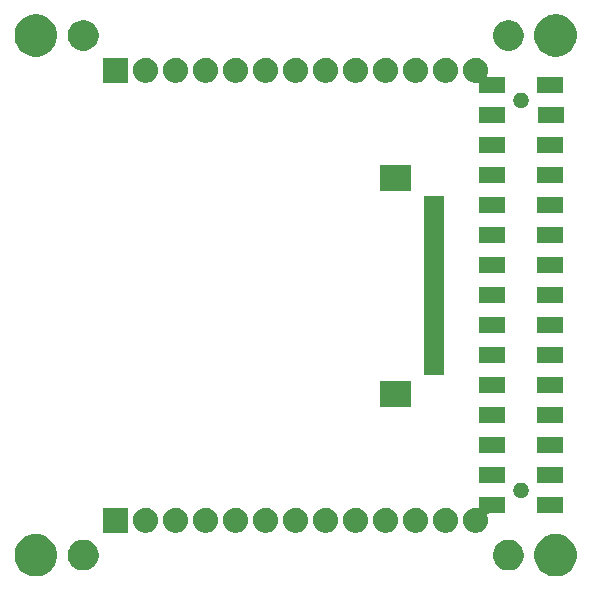
<source format=gbr>
G04 #@! TF.GenerationSoftware,KiCad,Pcbnew,5.0.2-bee76a0~70~ubuntu18.04.1*
G04 #@! TF.CreationDate,2019-05-13T00:01:04+09:00*
G04 #@! TF.ProjectId,bottom_pcb,626f7474-6f6d-45f7-9063-622e6b696361,rev?*
G04 #@! TF.SameCoordinates,Original*
G04 #@! TF.FileFunction,Soldermask,Bot*
G04 #@! TF.FilePolarity,Negative*
%FSLAX46Y46*%
G04 Gerber Fmt 4.6, Leading zero omitted, Abs format (unit mm)*
G04 Created by KiCad (PCBNEW 5.0.2-bee76a0~70~ubuntu18.04.1) date 2019年05月13日 00時01分04秒*
%MOMM*%
%LPD*%
G01*
G04 APERTURE LIST*
%ADD10C,0.100000*%
G04 APERTURE END LIST*
D10*
G36*
X147409122Y-95246115D02*
X147525041Y-95269173D01*
X147852620Y-95404861D01*
X148143511Y-95599228D01*
X148147436Y-95601851D01*
X148398149Y-95852564D01*
X148398151Y-95852567D01*
X148595139Y-96147380D01*
X148730827Y-96474959D01*
X148800000Y-96822716D01*
X148800000Y-97177284D01*
X148730827Y-97525041D01*
X148595139Y-97852620D01*
X148400772Y-98143511D01*
X148398149Y-98147436D01*
X148147436Y-98398149D01*
X148147433Y-98398151D01*
X147852620Y-98595139D01*
X147525041Y-98730827D01*
X147409122Y-98753885D01*
X147177286Y-98800000D01*
X146822714Y-98800000D01*
X146590878Y-98753885D01*
X146474959Y-98730827D01*
X146147380Y-98595139D01*
X145852567Y-98398151D01*
X145852564Y-98398149D01*
X145601851Y-98147436D01*
X145599228Y-98143511D01*
X145404861Y-97852620D01*
X145269173Y-97525041D01*
X145200000Y-97177284D01*
X145200000Y-96822716D01*
X145269173Y-96474959D01*
X145404861Y-96147380D01*
X145601849Y-95852567D01*
X145601851Y-95852564D01*
X145852564Y-95601851D01*
X145856489Y-95599228D01*
X146147380Y-95404861D01*
X146474959Y-95269173D01*
X146590878Y-95246115D01*
X146822714Y-95200000D01*
X147177286Y-95200000D01*
X147409122Y-95246115D01*
X147409122Y-95246115D01*
G37*
G36*
X103409122Y-95246115D02*
X103525041Y-95269173D01*
X103852620Y-95404861D01*
X104143511Y-95599228D01*
X104147436Y-95601851D01*
X104398149Y-95852564D01*
X104398151Y-95852567D01*
X104595139Y-96147380D01*
X104730827Y-96474959D01*
X104800000Y-96822716D01*
X104800000Y-97177284D01*
X104730827Y-97525041D01*
X104595139Y-97852620D01*
X104400772Y-98143511D01*
X104398149Y-98147436D01*
X104147436Y-98398149D01*
X104147433Y-98398151D01*
X103852620Y-98595139D01*
X103525041Y-98730827D01*
X103409122Y-98753885D01*
X103177286Y-98800000D01*
X102822714Y-98800000D01*
X102590878Y-98753885D01*
X102474959Y-98730827D01*
X102147380Y-98595139D01*
X101852567Y-98398151D01*
X101852564Y-98398149D01*
X101601851Y-98147436D01*
X101599228Y-98143511D01*
X101404861Y-97852620D01*
X101269173Y-97525041D01*
X101200000Y-97177284D01*
X101200000Y-96822716D01*
X101269173Y-96474959D01*
X101404861Y-96147380D01*
X101601849Y-95852567D01*
X101601851Y-95852564D01*
X101852564Y-95601851D01*
X101856489Y-95599228D01*
X102147380Y-95404861D01*
X102474959Y-95269173D01*
X102590878Y-95246115D01*
X102822714Y-95200000D01*
X103177286Y-95200000D01*
X103409122Y-95246115D01*
X103409122Y-95246115D01*
G37*
G36*
X143379196Y-95749958D02*
X143615780Y-95847954D01*
X143828705Y-95990226D01*
X144009774Y-96171295D01*
X144152046Y-96384220D01*
X144250042Y-96620804D01*
X144300000Y-96871960D01*
X144300000Y-97128040D01*
X144250042Y-97379196D01*
X144152046Y-97615780D01*
X144009774Y-97828705D01*
X143828705Y-98009774D01*
X143615780Y-98152046D01*
X143379196Y-98250042D01*
X143128040Y-98300000D01*
X142871960Y-98300000D01*
X142620804Y-98250042D01*
X142384220Y-98152046D01*
X142171295Y-98009774D01*
X141990226Y-97828705D01*
X141847954Y-97615780D01*
X141749958Y-97379196D01*
X141700000Y-97128040D01*
X141700000Y-96871960D01*
X141749958Y-96620804D01*
X141847954Y-96384220D01*
X141990226Y-96171295D01*
X142171295Y-95990226D01*
X142384220Y-95847954D01*
X142620804Y-95749958D01*
X142871960Y-95700000D01*
X143128040Y-95700000D01*
X143379196Y-95749958D01*
X143379196Y-95749958D01*
G37*
G36*
X107379196Y-95749958D02*
X107615780Y-95847954D01*
X107828705Y-95990226D01*
X108009774Y-96171295D01*
X108152046Y-96384220D01*
X108250042Y-96620804D01*
X108300000Y-96871960D01*
X108300000Y-97128040D01*
X108250042Y-97379196D01*
X108152046Y-97615780D01*
X108009774Y-97828705D01*
X107828705Y-98009774D01*
X107615780Y-98152046D01*
X107379196Y-98250042D01*
X107128040Y-98300000D01*
X106871960Y-98300000D01*
X106620804Y-98250042D01*
X106384220Y-98152046D01*
X106171295Y-98009774D01*
X105990226Y-97828705D01*
X105847954Y-97615780D01*
X105749958Y-97379196D01*
X105700000Y-97128040D01*
X105700000Y-96871960D01*
X105749958Y-96620804D01*
X105847954Y-96384220D01*
X105990226Y-96171295D01*
X106171295Y-95990226D01*
X106384220Y-95847954D01*
X106620804Y-95749958D01*
X106871960Y-95700000D01*
X107128040Y-95700000D01*
X107379196Y-95749958D01*
X107379196Y-95749958D01*
G37*
G36*
X122578707Y-93007596D02*
X122655836Y-93015193D01*
X122787787Y-93055220D01*
X122853763Y-93075233D01*
X123036172Y-93172733D01*
X123196054Y-93303946D01*
X123327267Y-93463828D01*
X123424767Y-93646237D01*
X123424767Y-93646238D01*
X123484807Y-93844164D01*
X123505080Y-94050000D01*
X123484807Y-94255836D01*
X123444780Y-94387787D01*
X123424767Y-94453763D01*
X123327267Y-94636172D01*
X123196054Y-94796054D01*
X123036172Y-94927267D01*
X122853763Y-95024767D01*
X122787787Y-95044780D01*
X122655836Y-95084807D01*
X122578707Y-95092403D01*
X122501580Y-95100000D01*
X122398420Y-95100000D01*
X122321293Y-95092403D01*
X122244164Y-95084807D01*
X122112213Y-95044780D01*
X122046237Y-95024767D01*
X121863828Y-94927267D01*
X121703946Y-94796054D01*
X121572733Y-94636172D01*
X121475233Y-94453763D01*
X121455220Y-94387787D01*
X121415193Y-94255836D01*
X121394920Y-94050000D01*
X121415193Y-93844164D01*
X121475233Y-93646238D01*
X121475233Y-93646237D01*
X121572733Y-93463828D01*
X121703946Y-93303946D01*
X121863828Y-93172733D01*
X122046237Y-93075233D01*
X122112213Y-93055220D01*
X122244164Y-93015193D01*
X122321293Y-93007596D01*
X122398420Y-93000000D01*
X122501580Y-93000000D01*
X122578707Y-93007596D01*
X122578707Y-93007596D01*
G37*
G36*
X120038707Y-93007596D02*
X120115836Y-93015193D01*
X120247787Y-93055220D01*
X120313763Y-93075233D01*
X120496172Y-93172733D01*
X120656054Y-93303946D01*
X120787267Y-93463828D01*
X120884767Y-93646237D01*
X120884767Y-93646238D01*
X120944807Y-93844164D01*
X120965080Y-94050000D01*
X120944807Y-94255836D01*
X120904780Y-94387787D01*
X120884767Y-94453763D01*
X120787267Y-94636172D01*
X120656054Y-94796054D01*
X120496172Y-94927267D01*
X120313763Y-95024767D01*
X120247787Y-95044780D01*
X120115836Y-95084807D01*
X120038707Y-95092403D01*
X119961580Y-95100000D01*
X119858420Y-95100000D01*
X119781293Y-95092403D01*
X119704164Y-95084807D01*
X119572213Y-95044780D01*
X119506237Y-95024767D01*
X119323828Y-94927267D01*
X119163946Y-94796054D01*
X119032733Y-94636172D01*
X118935233Y-94453763D01*
X118915220Y-94387787D01*
X118875193Y-94255836D01*
X118854920Y-94050000D01*
X118875193Y-93844164D01*
X118935233Y-93646238D01*
X118935233Y-93646237D01*
X119032733Y-93463828D01*
X119163946Y-93303946D01*
X119323828Y-93172733D01*
X119506237Y-93075233D01*
X119572213Y-93055220D01*
X119704164Y-93015193D01*
X119781293Y-93007596D01*
X119858420Y-93000000D01*
X119961580Y-93000000D01*
X120038707Y-93007596D01*
X120038707Y-93007596D01*
G37*
G36*
X142754000Y-93480000D02*
X141322883Y-93480000D01*
X141298497Y-93482402D01*
X141275048Y-93489515D01*
X141253437Y-93501066D01*
X141234495Y-93516612D01*
X141218949Y-93535554D01*
X141207398Y-93557165D01*
X141200285Y-93580614D01*
X141197883Y-93605000D01*
X141203265Y-93641285D01*
X141204767Y-93646238D01*
X141264807Y-93844164D01*
X141285080Y-94050000D01*
X141264807Y-94255836D01*
X141224780Y-94387787D01*
X141204767Y-94453763D01*
X141107267Y-94636172D01*
X140976054Y-94796054D01*
X140816172Y-94927267D01*
X140633763Y-95024767D01*
X140567787Y-95044780D01*
X140435836Y-95084807D01*
X140358707Y-95092403D01*
X140281580Y-95100000D01*
X140178420Y-95100000D01*
X140101293Y-95092403D01*
X140024164Y-95084807D01*
X139892213Y-95044780D01*
X139826237Y-95024767D01*
X139643828Y-94927267D01*
X139483946Y-94796054D01*
X139352733Y-94636172D01*
X139255233Y-94453763D01*
X139235220Y-94387787D01*
X139195193Y-94255836D01*
X139174920Y-94050000D01*
X139195193Y-93844164D01*
X139255233Y-93646238D01*
X139255233Y-93646237D01*
X139352733Y-93463828D01*
X139483946Y-93303946D01*
X139643828Y-93172733D01*
X139826237Y-93075233D01*
X139892213Y-93055220D01*
X140024164Y-93015193D01*
X140101293Y-93007596D01*
X140178420Y-93000000D01*
X140281580Y-93000000D01*
X140416748Y-93013313D01*
X140441252Y-93013313D01*
X140465285Y-93008533D01*
X140487924Y-92999155D01*
X140508299Y-92985541D01*
X140525626Y-92968214D01*
X140539240Y-92947840D01*
X140548618Y-92925201D01*
X140553398Y-92901167D01*
X140554000Y-92888915D01*
X140554000Y-92080000D01*
X142754000Y-92080000D01*
X142754000Y-93480000D01*
X142754000Y-93480000D01*
G37*
G36*
X137818707Y-93007596D02*
X137895836Y-93015193D01*
X138027787Y-93055220D01*
X138093763Y-93075233D01*
X138276172Y-93172733D01*
X138436054Y-93303946D01*
X138567267Y-93463828D01*
X138664767Y-93646237D01*
X138664767Y-93646238D01*
X138724807Y-93844164D01*
X138745080Y-94050000D01*
X138724807Y-94255836D01*
X138684780Y-94387787D01*
X138664767Y-94453763D01*
X138567267Y-94636172D01*
X138436054Y-94796054D01*
X138276172Y-94927267D01*
X138093763Y-95024767D01*
X138027787Y-95044780D01*
X137895836Y-95084807D01*
X137818707Y-95092403D01*
X137741580Y-95100000D01*
X137638420Y-95100000D01*
X137561293Y-95092403D01*
X137484164Y-95084807D01*
X137352213Y-95044780D01*
X137286237Y-95024767D01*
X137103828Y-94927267D01*
X136943946Y-94796054D01*
X136812733Y-94636172D01*
X136715233Y-94453763D01*
X136695220Y-94387787D01*
X136655193Y-94255836D01*
X136634920Y-94050000D01*
X136655193Y-93844164D01*
X136715233Y-93646238D01*
X136715233Y-93646237D01*
X136812733Y-93463828D01*
X136943946Y-93303946D01*
X137103828Y-93172733D01*
X137286237Y-93075233D01*
X137352213Y-93055220D01*
X137484164Y-93015193D01*
X137561293Y-93007596D01*
X137638420Y-93000000D01*
X137741580Y-93000000D01*
X137818707Y-93007596D01*
X137818707Y-93007596D01*
G37*
G36*
X135278707Y-93007596D02*
X135355836Y-93015193D01*
X135487787Y-93055220D01*
X135553763Y-93075233D01*
X135736172Y-93172733D01*
X135896054Y-93303946D01*
X136027267Y-93463828D01*
X136124767Y-93646237D01*
X136124767Y-93646238D01*
X136184807Y-93844164D01*
X136205080Y-94050000D01*
X136184807Y-94255836D01*
X136144780Y-94387787D01*
X136124767Y-94453763D01*
X136027267Y-94636172D01*
X135896054Y-94796054D01*
X135736172Y-94927267D01*
X135553763Y-95024767D01*
X135487787Y-95044780D01*
X135355836Y-95084807D01*
X135278707Y-95092403D01*
X135201580Y-95100000D01*
X135098420Y-95100000D01*
X135021293Y-95092403D01*
X134944164Y-95084807D01*
X134812213Y-95044780D01*
X134746237Y-95024767D01*
X134563828Y-94927267D01*
X134403946Y-94796054D01*
X134272733Y-94636172D01*
X134175233Y-94453763D01*
X134155220Y-94387787D01*
X134115193Y-94255836D01*
X134094920Y-94050000D01*
X134115193Y-93844164D01*
X134175233Y-93646238D01*
X134175233Y-93646237D01*
X134272733Y-93463828D01*
X134403946Y-93303946D01*
X134563828Y-93172733D01*
X134746237Y-93075233D01*
X134812213Y-93055220D01*
X134944164Y-93015193D01*
X135021293Y-93007596D01*
X135098420Y-93000000D01*
X135201580Y-93000000D01*
X135278707Y-93007596D01*
X135278707Y-93007596D01*
G37*
G36*
X132738707Y-93007596D02*
X132815836Y-93015193D01*
X132947787Y-93055220D01*
X133013763Y-93075233D01*
X133196172Y-93172733D01*
X133356054Y-93303946D01*
X133487267Y-93463828D01*
X133584767Y-93646237D01*
X133584767Y-93646238D01*
X133644807Y-93844164D01*
X133665080Y-94050000D01*
X133644807Y-94255836D01*
X133604780Y-94387787D01*
X133584767Y-94453763D01*
X133487267Y-94636172D01*
X133356054Y-94796054D01*
X133196172Y-94927267D01*
X133013763Y-95024767D01*
X132947787Y-95044780D01*
X132815836Y-95084807D01*
X132738707Y-95092403D01*
X132661580Y-95100000D01*
X132558420Y-95100000D01*
X132481293Y-95092403D01*
X132404164Y-95084807D01*
X132272213Y-95044780D01*
X132206237Y-95024767D01*
X132023828Y-94927267D01*
X131863946Y-94796054D01*
X131732733Y-94636172D01*
X131635233Y-94453763D01*
X131615220Y-94387787D01*
X131575193Y-94255836D01*
X131554920Y-94050000D01*
X131575193Y-93844164D01*
X131635233Y-93646238D01*
X131635233Y-93646237D01*
X131732733Y-93463828D01*
X131863946Y-93303946D01*
X132023828Y-93172733D01*
X132206237Y-93075233D01*
X132272213Y-93055220D01*
X132404164Y-93015193D01*
X132481293Y-93007596D01*
X132558420Y-93000000D01*
X132661580Y-93000000D01*
X132738707Y-93007596D01*
X132738707Y-93007596D01*
G37*
G36*
X130198707Y-93007596D02*
X130275836Y-93015193D01*
X130407787Y-93055220D01*
X130473763Y-93075233D01*
X130656172Y-93172733D01*
X130816054Y-93303946D01*
X130947267Y-93463828D01*
X131044767Y-93646237D01*
X131044767Y-93646238D01*
X131104807Y-93844164D01*
X131125080Y-94050000D01*
X131104807Y-94255836D01*
X131064780Y-94387787D01*
X131044767Y-94453763D01*
X130947267Y-94636172D01*
X130816054Y-94796054D01*
X130656172Y-94927267D01*
X130473763Y-95024767D01*
X130407787Y-95044780D01*
X130275836Y-95084807D01*
X130198707Y-95092403D01*
X130121580Y-95100000D01*
X130018420Y-95100000D01*
X129941293Y-95092403D01*
X129864164Y-95084807D01*
X129732213Y-95044780D01*
X129666237Y-95024767D01*
X129483828Y-94927267D01*
X129323946Y-94796054D01*
X129192733Y-94636172D01*
X129095233Y-94453763D01*
X129075220Y-94387787D01*
X129035193Y-94255836D01*
X129014920Y-94050000D01*
X129035193Y-93844164D01*
X129095233Y-93646238D01*
X129095233Y-93646237D01*
X129192733Y-93463828D01*
X129323946Y-93303946D01*
X129483828Y-93172733D01*
X129666237Y-93075233D01*
X129732213Y-93055220D01*
X129864164Y-93015193D01*
X129941293Y-93007596D01*
X130018420Y-93000000D01*
X130121580Y-93000000D01*
X130198707Y-93007596D01*
X130198707Y-93007596D01*
G37*
G36*
X127658707Y-93007596D02*
X127735836Y-93015193D01*
X127867787Y-93055220D01*
X127933763Y-93075233D01*
X128116172Y-93172733D01*
X128276054Y-93303946D01*
X128407267Y-93463828D01*
X128504767Y-93646237D01*
X128504767Y-93646238D01*
X128564807Y-93844164D01*
X128585080Y-94050000D01*
X128564807Y-94255836D01*
X128524780Y-94387787D01*
X128504767Y-94453763D01*
X128407267Y-94636172D01*
X128276054Y-94796054D01*
X128116172Y-94927267D01*
X127933763Y-95024767D01*
X127867787Y-95044780D01*
X127735836Y-95084807D01*
X127658707Y-95092403D01*
X127581580Y-95100000D01*
X127478420Y-95100000D01*
X127401293Y-95092403D01*
X127324164Y-95084807D01*
X127192213Y-95044780D01*
X127126237Y-95024767D01*
X126943828Y-94927267D01*
X126783946Y-94796054D01*
X126652733Y-94636172D01*
X126555233Y-94453763D01*
X126535220Y-94387787D01*
X126495193Y-94255836D01*
X126474920Y-94050000D01*
X126495193Y-93844164D01*
X126555233Y-93646238D01*
X126555233Y-93646237D01*
X126652733Y-93463828D01*
X126783946Y-93303946D01*
X126943828Y-93172733D01*
X127126237Y-93075233D01*
X127192213Y-93055220D01*
X127324164Y-93015193D01*
X127401293Y-93007596D01*
X127478420Y-93000000D01*
X127581580Y-93000000D01*
X127658707Y-93007596D01*
X127658707Y-93007596D01*
G37*
G36*
X125118707Y-93007596D02*
X125195836Y-93015193D01*
X125327787Y-93055220D01*
X125393763Y-93075233D01*
X125576172Y-93172733D01*
X125736054Y-93303946D01*
X125867267Y-93463828D01*
X125964767Y-93646237D01*
X125964767Y-93646238D01*
X126024807Y-93844164D01*
X126045080Y-94050000D01*
X126024807Y-94255836D01*
X125984780Y-94387787D01*
X125964767Y-94453763D01*
X125867267Y-94636172D01*
X125736054Y-94796054D01*
X125576172Y-94927267D01*
X125393763Y-95024767D01*
X125327787Y-95044780D01*
X125195836Y-95084807D01*
X125118707Y-95092403D01*
X125041580Y-95100000D01*
X124938420Y-95100000D01*
X124861293Y-95092403D01*
X124784164Y-95084807D01*
X124652213Y-95044780D01*
X124586237Y-95024767D01*
X124403828Y-94927267D01*
X124243946Y-94796054D01*
X124112733Y-94636172D01*
X124015233Y-94453763D01*
X123995220Y-94387787D01*
X123955193Y-94255836D01*
X123934920Y-94050000D01*
X123955193Y-93844164D01*
X124015233Y-93646238D01*
X124015233Y-93646237D01*
X124112733Y-93463828D01*
X124243946Y-93303946D01*
X124403828Y-93172733D01*
X124586237Y-93075233D01*
X124652213Y-93055220D01*
X124784164Y-93015193D01*
X124861293Y-93007596D01*
X124938420Y-93000000D01*
X125041580Y-93000000D01*
X125118707Y-93007596D01*
X125118707Y-93007596D01*
G37*
G36*
X117498707Y-93007596D02*
X117575836Y-93015193D01*
X117707787Y-93055220D01*
X117773763Y-93075233D01*
X117956172Y-93172733D01*
X118116054Y-93303946D01*
X118247267Y-93463828D01*
X118344767Y-93646237D01*
X118344767Y-93646238D01*
X118404807Y-93844164D01*
X118425080Y-94050000D01*
X118404807Y-94255836D01*
X118364780Y-94387787D01*
X118344767Y-94453763D01*
X118247267Y-94636172D01*
X118116054Y-94796054D01*
X117956172Y-94927267D01*
X117773763Y-95024767D01*
X117707787Y-95044780D01*
X117575836Y-95084807D01*
X117498707Y-95092403D01*
X117421580Y-95100000D01*
X117318420Y-95100000D01*
X117241293Y-95092403D01*
X117164164Y-95084807D01*
X117032213Y-95044780D01*
X116966237Y-95024767D01*
X116783828Y-94927267D01*
X116623946Y-94796054D01*
X116492733Y-94636172D01*
X116395233Y-94453763D01*
X116375220Y-94387787D01*
X116335193Y-94255836D01*
X116314920Y-94050000D01*
X116335193Y-93844164D01*
X116395233Y-93646238D01*
X116395233Y-93646237D01*
X116492733Y-93463828D01*
X116623946Y-93303946D01*
X116783828Y-93172733D01*
X116966237Y-93075233D01*
X117032213Y-93055220D01*
X117164164Y-93015193D01*
X117241293Y-93007596D01*
X117318420Y-93000000D01*
X117421580Y-93000000D01*
X117498707Y-93007596D01*
X117498707Y-93007596D01*
G37*
G36*
X110800000Y-95100000D02*
X108700000Y-95100000D01*
X108700000Y-93000000D01*
X110800000Y-93000000D01*
X110800000Y-95100000D01*
X110800000Y-95100000D01*
G37*
G36*
X112418707Y-93007596D02*
X112495836Y-93015193D01*
X112627787Y-93055220D01*
X112693763Y-93075233D01*
X112876172Y-93172733D01*
X113036054Y-93303946D01*
X113167267Y-93463828D01*
X113264767Y-93646237D01*
X113264767Y-93646238D01*
X113324807Y-93844164D01*
X113345080Y-94050000D01*
X113324807Y-94255836D01*
X113284780Y-94387787D01*
X113264767Y-94453763D01*
X113167267Y-94636172D01*
X113036054Y-94796054D01*
X112876172Y-94927267D01*
X112693763Y-95024767D01*
X112627787Y-95044780D01*
X112495836Y-95084807D01*
X112418707Y-95092403D01*
X112341580Y-95100000D01*
X112238420Y-95100000D01*
X112161293Y-95092403D01*
X112084164Y-95084807D01*
X111952213Y-95044780D01*
X111886237Y-95024767D01*
X111703828Y-94927267D01*
X111543946Y-94796054D01*
X111412733Y-94636172D01*
X111315233Y-94453763D01*
X111295220Y-94387787D01*
X111255193Y-94255836D01*
X111234920Y-94050000D01*
X111255193Y-93844164D01*
X111315233Y-93646238D01*
X111315233Y-93646237D01*
X111412733Y-93463828D01*
X111543946Y-93303946D01*
X111703828Y-93172733D01*
X111886237Y-93075233D01*
X111952213Y-93055220D01*
X112084164Y-93015193D01*
X112161293Y-93007596D01*
X112238420Y-93000000D01*
X112341580Y-93000000D01*
X112418707Y-93007596D01*
X112418707Y-93007596D01*
G37*
G36*
X114958707Y-93007596D02*
X115035836Y-93015193D01*
X115167787Y-93055220D01*
X115233763Y-93075233D01*
X115416172Y-93172733D01*
X115576054Y-93303946D01*
X115707267Y-93463828D01*
X115804767Y-93646237D01*
X115804767Y-93646238D01*
X115864807Y-93844164D01*
X115885080Y-94050000D01*
X115864807Y-94255836D01*
X115824780Y-94387787D01*
X115804767Y-94453763D01*
X115707267Y-94636172D01*
X115576054Y-94796054D01*
X115416172Y-94927267D01*
X115233763Y-95024767D01*
X115167787Y-95044780D01*
X115035836Y-95084807D01*
X114958707Y-95092403D01*
X114881580Y-95100000D01*
X114778420Y-95100000D01*
X114701293Y-95092403D01*
X114624164Y-95084807D01*
X114492213Y-95044780D01*
X114426237Y-95024767D01*
X114243828Y-94927267D01*
X114083946Y-94796054D01*
X113952733Y-94636172D01*
X113855233Y-94453763D01*
X113835220Y-94387787D01*
X113795193Y-94255836D01*
X113774920Y-94050000D01*
X113795193Y-93844164D01*
X113855233Y-93646238D01*
X113855233Y-93646237D01*
X113952733Y-93463828D01*
X114083946Y-93303946D01*
X114243828Y-93172733D01*
X114426237Y-93075233D01*
X114492213Y-93055220D01*
X114624164Y-93015193D01*
X114701293Y-93007596D01*
X114778420Y-93000000D01*
X114881580Y-93000000D01*
X114958707Y-93007596D01*
X114958707Y-93007596D01*
G37*
G36*
X147594000Y-93480000D02*
X145394000Y-93480000D01*
X145394000Y-92080000D01*
X147594000Y-92080000D01*
X147594000Y-93480000D01*
X147594000Y-93480000D01*
G37*
G36*
X144221738Y-90876653D02*
X144263598Y-90884979D01*
X144298245Y-90899330D01*
X144381890Y-90933977D01*
X144488354Y-91005114D01*
X144578886Y-91095646D01*
X144650023Y-91202110D01*
X144699021Y-91320403D01*
X144724000Y-91445979D01*
X144724000Y-91574021D01*
X144699021Y-91699597D01*
X144650023Y-91817890D01*
X144578886Y-91924354D01*
X144488354Y-92014886D01*
X144381890Y-92086023D01*
X144298245Y-92120670D01*
X144263598Y-92135021D01*
X144221738Y-92143347D01*
X144138021Y-92160000D01*
X144009979Y-92160000D01*
X143926262Y-92143347D01*
X143884402Y-92135021D01*
X143849755Y-92120670D01*
X143766110Y-92086023D01*
X143659646Y-92014886D01*
X143569114Y-91924354D01*
X143497977Y-91817890D01*
X143448979Y-91699597D01*
X143424000Y-91574021D01*
X143424000Y-91445979D01*
X143448979Y-91320403D01*
X143497977Y-91202110D01*
X143569114Y-91095646D01*
X143659646Y-91005114D01*
X143766110Y-90933977D01*
X143849755Y-90899330D01*
X143884402Y-90884979D01*
X143926262Y-90876653D01*
X144009979Y-90860000D01*
X144138021Y-90860000D01*
X144221738Y-90876653D01*
X144221738Y-90876653D01*
G37*
G36*
X147594000Y-90940000D02*
X145394000Y-90940000D01*
X145394000Y-89540000D01*
X147594000Y-89540000D01*
X147594000Y-90940000D01*
X147594000Y-90940000D01*
G37*
G36*
X142754000Y-90940000D02*
X140554000Y-90940000D01*
X140554000Y-89540000D01*
X142754000Y-89540000D01*
X142754000Y-90940000D01*
X142754000Y-90940000D01*
G37*
G36*
X147594000Y-88400000D02*
X145394000Y-88400000D01*
X145394000Y-87000000D01*
X147594000Y-87000000D01*
X147594000Y-88400000D01*
X147594000Y-88400000D01*
G37*
G36*
X142754000Y-88400000D02*
X140554000Y-88400000D01*
X140554000Y-87000000D01*
X142754000Y-87000000D01*
X142754000Y-88400000D01*
X142754000Y-88400000D01*
G37*
G36*
X147594000Y-85860000D02*
X145394000Y-85860000D01*
X145394000Y-84460000D01*
X147594000Y-84460000D01*
X147594000Y-85860000D01*
X147594000Y-85860000D01*
G37*
G36*
X142754000Y-85860000D02*
X140554000Y-85860000D01*
X140554000Y-84460000D01*
X142754000Y-84460000D01*
X142754000Y-85860000D01*
X142754000Y-85860000D01*
G37*
G36*
X134749000Y-84443400D02*
X132149000Y-84443400D01*
X132149000Y-82243400D01*
X134749000Y-82243400D01*
X134749000Y-84443400D01*
X134749000Y-84443400D01*
G37*
G36*
X142754000Y-83320000D02*
X140554000Y-83320000D01*
X140554000Y-81920000D01*
X142754000Y-81920000D01*
X142754000Y-83320000D01*
X142754000Y-83320000D01*
G37*
G36*
X147594000Y-83320000D02*
X145394000Y-83320000D01*
X145394000Y-81920000D01*
X147594000Y-81920000D01*
X147594000Y-83320000D01*
X147594000Y-83320000D01*
G37*
G36*
X137549000Y-81793400D02*
X135849000Y-81793400D01*
X135849000Y-66593400D01*
X137549000Y-66593400D01*
X137549000Y-81793400D01*
X137549000Y-81793400D01*
G37*
G36*
X147594000Y-80780000D02*
X145394000Y-80780000D01*
X145394000Y-79380000D01*
X147594000Y-79380000D01*
X147594000Y-80780000D01*
X147594000Y-80780000D01*
G37*
G36*
X142754000Y-80780000D02*
X140554000Y-80780000D01*
X140554000Y-79380000D01*
X142754000Y-79380000D01*
X142754000Y-80780000D01*
X142754000Y-80780000D01*
G37*
G36*
X142754000Y-78240000D02*
X140554000Y-78240000D01*
X140554000Y-76840000D01*
X142754000Y-76840000D01*
X142754000Y-78240000D01*
X142754000Y-78240000D01*
G37*
G36*
X147594000Y-78240000D02*
X145394000Y-78240000D01*
X145394000Y-76840000D01*
X147594000Y-76840000D01*
X147594000Y-78240000D01*
X147594000Y-78240000D01*
G37*
G36*
X142754000Y-75700000D02*
X140554000Y-75700000D01*
X140554000Y-74300000D01*
X142754000Y-74300000D01*
X142754000Y-75700000D01*
X142754000Y-75700000D01*
G37*
G36*
X147594000Y-75700000D02*
X145394000Y-75700000D01*
X145394000Y-74300000D01*
X147594000Y-74300000D01*
X147594000Y-75700000D01*
X147594000Y-75700000D01*
G37*
G36*
X142754000Y-73160000D02*
X140554000Y-73160000D01*
X140554000Y-71760000D01*
X142754000Y-71760000D01*
X142754000Y-73160000D01*
X142754000Y-73160000D01*
G37*
G36*
X147594000Y-73160000D02*
X145394000Y-73160000D01*
X145394000Y-71760000D01*
X147594000Y-71760000D01*
X147594000Y-73160000D01*
X147594000Y-73160000D01*
G37*
G36*
X147594000Y-70620000D02*
X145394000Y-70620000D01*
X145394000Y-69220000D01*
X147594000Y-69220000D01*
X147594000Y-70620000D01*
X147594000Y-70620000D01*
G37*
G36*
X142754000Y-70620000D02*
X140554000Y-70620000D01*
X140554000Y-69220000D01*
X142754000Y-69220000D01*
X142754000Y-70620000D01*
X142754000Y-70620000D01*
G37*
G36*
X142754000Y-68080000D02*
X140554000Y-68080000D01*
X140554000Y-66680000D01*
X142754000Y-66680000D01*
X142754000Y-68080000D01*
X142754000Y-68080000D01*
G37*
G36*
X147594000Y-68080000D02*
X145394000Y-68080000D01*
X145394000Y-66680000D01*
X147594000Y-66680000D01*
X147594000Y-68080000D01*
X147594000Y-68080000D01*
G37*
G36*
X134749000Y-66143400D02*
X132149000Y-66143400D01*
X132149000Y-63943400D01*
X134749000Y-63943400D01*
X134749000Y-66143400D01*
X134749000Y-66143400D01*
G37*
G36*
X147594000Y-65540000D02*
X145394000Y-65540000D01*
X145394000Y-64140000D01*
X147594000Y-64140000D01*
X147594000Y-65540000D01*
X147594000Y-65540000D01*
G37*
G36*
X142754000Y-65540000D02*
X140554000Y-65540000D01*
X140554000Y-64140000D01*
X142754000Y-64140000D01*
X142754000Y-65540000D01*
X142754000Y-65540000D01*
G37*
G36*
X147594000Y-63000000D02*
X145394000Y-63000000D01*
X145394000Y-61600000D01*
X147594000Y-61600000D01*
X147594000Y-63000000D01*
X147594000Y-63000000D01*
G37*
G36*
X142754000Y-63000000D02*
X140554000Y-63000000D01*
X140554000Y-61600000D01*
X142754000Y-61600000D01*
X142754000Y-63000000D01*
X142754000Y-63000000D01*
G37*
G36*
X147694000Y-60460000D02*
X145494000Y-60460000D01*
X145494000Y-59060000D01*
X147694000Y-59060000D01*
X147694000Y-60460000D01*
X147694000Y-60460000D01*
G37*
G36*
X142754000Y-60460000D02*
X140554000Y-60460000D01*
X140554000Y-59060000D01*
X142754000Y-59060000D01*
X142754000Y-60460000D01*
X142754000Y-60460000D01*
G37*
G36*
X144221738Y-57856653D02*
X144263598Y-57864979D01*
X144298245Y-57879330D01*
X144381890Y-57913977D01*
X144488354Y-57985114D01*
X144578886Y-58075646D01*
X144650023Y-58182110D01*
X144699021Y-58300403D01*
X144724000Y-58425979D01*
X144724000Y-58554021D01*
X144699021Y-58679597D01*
X144650023Y-58797890D01*
X144578886Y-58904354D01*
X144488354Y-58994886D01*
X144381890Y-59066023D01*
X144298245Y-59100670D01*
X144263598Y-59115021D01*
X144221738Y-59123347D01*
X144138021Y-59140000D01*
X144009979Y-59140000D01*
X143926262Y-59123347D01*
X143884402Y-59115021D01*
X143849755Y-59100670D01*
X143766110Y-59066023D01*
X143659646Y-58994886D01*
X143569114Y-58904354D01*
X143497977Y-58797890D01*
X143448979Y-58679597D01*
X143424000Y-58554021D01*
X143424000Y-58425979D01*
X143448979Y-58300403D01*
X143497977Y-58182110D01*
X143569114Y-58075646D01*
X143659646Y-57985114D01*
X143766110Y-57913977D01*
X143849755Y-57879330D01*
X143884402Y-57864979D01*
X143926262Y-57856653D01*
X144009979Y-57840000D01*
X144138021Y-57840000D01*
X144221738Y-57856653D01*
X144221738Y-57856653D01*
G37*
G36*
X140358707Y-54907596D02*
X140435836Y-54915193D01*
X140567787Y-54955220D01*
X140633763Y-54975233D01*
X140816172Y-55072733D01*
X140976054Y-55203946D01*
X141107267Y-55363828D01*
X141204767Y-55546237D01*
X141204767Y-55546238D01*
X141264807Y-55744164D01*
X141285080Y-55950000D01*
X141264807Y-56155836D01*
X141230169Y-56270023D01*
X141203265Y-56358715D01*
X141198485Y-56382749D01*
X141198485Y-56407253D01*
X141203266Y-56431286D01*
X141212643Y-56453925D01*
X141226257Y-56474300D01*
X141243584Y-56491627D01*
X141263959Y-56505241D01*
X141286598Y-56514618D01*
X141322883Y-56520000D01*
X142754000Y-56520000D01*
X142754000Y-57920000D01*
X140554000Y-57920000D01*
X140554000Y-57111085D01*
X140551598Y-57086699D01*
X140544485Y-57063250D01*
X140532934Y-57041639D01*
X140517388Y-57022697D01*
X140498446Y-57007151D01*
X140476835Y-56995600D01*
X140453386Y-56988487D01*
X140429000Y-56986085D01*
X140416748Y-56986687D01*
X140281580Y-57000000D01*
X140178420Y-57000000D01*
X140101293Y-56992403D01*
X140024164Y-56984807D01*
X139892213Y-56944780D01*
X139826237Y-56924767D01*
X139643828Y-56827267D01*
X139483946Y-56696054D01*
X139352733Y-56536172D01*
X139255233Y-56353763D01*
X139235220Y-56287787D01*
X139195193Y-56155836D01*
X139174920Y-55950000D01*
X139195193Y-55744164D01*
X139255233Y-55546238D01*
X139255233Y-55546237D01*
X139352733Y-55363828D01*
X139483946Y-55203946D01*
X139643828Y-55072733D01*
X139826237Y-54975233D01*
X139892213Y-54955220D01*
X140024164Y-54915193D01*
X140101293Y-54907596D01*
X140178420Y-54900000D01*
X140281580Y-54900000D01*
X140358707Y-54907596D01*
X140358707Y-54907596D01*
G37*
G36*
X147594000Y-57920000D02*
X145394000Y-57920000D01*
X145394000Y-56520000D01*
X147594000Y-56520000D01*
X147594000Y-57920000D01*
X147594000Y-57920000D01*
G37*
G36*
X122578707Y-54907596D02*
X122655836Y-54915193D01*
X122787787Y-54955220D01*
X122853763Y-54975233D01*
X123036172Y-55072733D01*
X123196054Y-55203946D01*
X123327267Y-55363828D01*
X123424767Y-55546237D01*
X123424767Y-55546238D01*
X123484807Y-55744164D01*
X123505080Y-55950000D01*
X123484807Y-56155836D01*
X123444780Y-56287787D01*
X123424767Y-56353763D01*
X123327267Y-56536172D01*
X123196054Y-56696054D01*
X123036172Y-56827267D01*
X122853763Y-56924767D01*
X122787787Y-56944780D01*
X122655836Y-56984807D01*
X122578707Y-56992403D01*
X122501580Y-57000000D01*
X122398420Y-57000000D01*
X122321293Y-56992403D01*
X122244164Y-56984807D01*
X122112213Y-56944780D01*
X122046237Y-56924767D01*
X121863828Y-56827267D01*
X121703946Y-56696054D01*
X121572733Y-56536172D01*
X121475233Y-56353763D01*
X121455220Y-56287787D01*
X121415193Y-56155836D01*
X121394920Y-55950000D01*
X121415193Y-55744164D01*
X121475233Y-55546238D01*
X121475233Y-55546237D01*
X121572733Y-55363828D01*
X121703946Y-55203946D01*
X121863828Y-55072733D01*
X122046237Y-54975233D01*
X122112213Y-54955220D01*
X122244164Y-54915193D01*
X122321293Y-54907596D01*
X122398420Y-54900000D01*
X122501580Y-54900000D01*
X122578707Y-54907596D01*
X122578707Y-54907596D01*
G37*
G36*
X110800000Y-57000000D02*
X108700000Y-57000000D01*
X108700000Y-54900000D01*
X110800000Y-54900000D01*
X110800000Y-57000000D01*
X110800000Y-57000000D01*
G37*
G36*
X114958707Y-54907596D02*
X115035836Y-54915193D01*
X115167787Y-54955220D01*
X115233763Y-54975233D01*
X115416172Y-55072733D01*
X115576054Y-55203946D01*
X115707267Y-55363828D01*
X115804767Y-55546237D01*
X115804767Y-55546238D01*
X115864807Y-55744164D01*
X115885080Y-55950000D01*
X115864807Y-56155836D01*
X115824780Y-56287787D01*
X115804767Y-56353763D01*
X115707267Y-56536172D01*
X115576054Y-56696054D01*
X115416172Y-56827267D01*
X115233763Y-56924767D01*
X115167787Y-56944780D01*
X115035836Y-56984807D01*
X114958707Y-56992403D01*
X114881580Y-57000000D01*
X114778420Y-57000000D01*
X114701293Y-56992403D01*
X114624164Y-56984807D01*
X114492213Y-56944780D01*
X114426237Y-56924767D01*
X114243828Y-56827267D01*
X114083946Y-56696054D01*
X113952733Y-56536172D01*
X113855233Y-56353763D01*
X113835220Y-56287787D01*
X113795193Y-56155836D01*
X113774920Y-55950000D01*
X113795193Y-55744164D01*
X113855233Y-55546238D01*
X113855233Y-55546237D01*
X113952733Y-55363828D01*
X114083946Y-55203946D01*
X114243828Y-55072733D01*
X114426237Y-54975233D01*
X114492213Y-54955220D01*
X114624164Y-54915193D01*
X114701293Y-54907596D01*
X114778420Y-54900000D01*
X114881580Y-54900000D01*
X114958707Y-54907596D01*
X114958707Y-54907596D01*
G37*
G36*
X117498707Y-54907596D02*
X117575836Y-54915193D01*
X117707787Y-54955220D01*
X117773763Y-54975233D01*
X117956172Y-55072733D01*
X118116054Y-55203946D01*
X118247267Y-55363828D01*
X118344767Y-55546237D01*
X118344767Y-55546238D01*
X118404807Y-55744164D01*
X118425080Y-55950000D01*
X118404807Y-56155836D01*
X118364780Y-56287787D01*
X118344767Y-56353763D01*
X118247267Y-56536172D01*
X118116054Y-56696054D01*
X117956172Y-56827267D01*
X117773763Y-56924767D01*
X117707787Y-56944780D01*
X117575836Y-56984807D01*
X117498707Y-56992403D01*
X117421580Y-57000000D01*
X117318420Y-57000000D01*
X117241293Y-56992403D01*
X117164164Y-56984807D01*
X117032213Y-56944780D01*
X116966237Y-56924767D01*
X116783828Y-56827267D01*
X116623946Y-56696054D01*
X116492733Y-56536172D01*
X116395233Y-56353763D01*
X116375220Y-56287787D01*
X116335193Y-56155836D01*
X116314920Y-55950000D01*
X116335193Y-55744164D01*
X116395233Y-55546238D01*
X116395233Y-55546237D01*
X116492733Y-55363828D01*
X116623946Y-55203946D01*
X116783828Y-55072733D01*
X116966237Y-54975233D01*
X117032213Y-54955220D01*
X117164164Y-54915193D01*
X117241293Y-54907596D01*
X117318420Y-54900000D01*
X117421580Y-54900000D01*
X117498707Y-54907596D01*
X117498707Y-54907596D01*
G37*
G36*
X120038707Y-54907596D02*
X120115836Y-54915193D01*
X120247787Y-54955220D01*
X120313763Y-54975233D01*
X120496172Y-55072733D01*
X120656054Y-55203946D01*
X120787267Y-55363828D01*
X120884767Y-55546237D01*
X120884767Y-55546238D01*
X120944807Y-55744164D01*
X120965080Y-55950000D01*
X120944807Y-56155836D01*
X120904780Y-56287787D01*
X120884767Y-56353763D01*
X120787267Y-56536172D01*
X120656054Y-56696054D01*
X120496172Y-56827267D01*
X120313763Y-56924767D01*
X120247787Y-56944780D01*
X120115836Y-56984807D01*
X120038707Y-56992403D01*
X119961580Y-57000000D01*
X119858420Y-57000000D01*
X119781293Y-56992403D01*
X119704164Y-56984807D01*
X119572213Y-56944780D01*
X119506237Y-56924767D01*
X119323828Y-56827267D01*
X119163946Y-56696054D01*
X119032733Y-56536172D01*
X118935233Y-56353763D01*
X118915220Y-56287787D01*
X118875193Y-56155836D01*
X118854920Y-55950000D01*
X118875193Y-55744164D01*
X118935233Y-55546238D01*
X118935233Y-55546237D01*
X119032733Y-55363828D01*
X119163946Y-55203946D01*
X119323828Y-55072733D01*
X119506237Y-54975233D01*
X119572213Y-54955220D01*
X119704164Y-54915193D01*
X119781293Y-54907596D01*
X119858420Y-54900000D01*
X119961580Y-54900000D01*
X120038707Y-54907596D01*
X120038707Y-54907596D01*
G37*
G36*
X125118707Y-54907596D02*
X125195836Y-54915193D01*
X125327787Y-54955220D01*
X125393763Y-54975233D01*
X125576172Y-55072733D01*
X125736054Y-55203946D01*
X125867267Y-55363828D01*
X125964767Y-55546237D01*
X125964767Y-55546238D01*
X126024807Y-55744164D01*
X126045080Y-55950000D01*
X126024807Y-56155836D01*
X125984780Y-56287787D01*
X125964767Y-56353763D01*
X125867267Y-56536172D01*
X125736054Y-56696054D01*
X125576172Y-56827267D01*
X125393763Y-56924767D01*
X125327787Y-56944780D01*
X125195836Y-56984807D01*
X125118707Y-56992403D01*
X125041580Y-57000000D01*
X124938420Y-57000000D01*
X124861293Y-56992403D01*
X124784164Y-56984807D01*
X124652213Y-56944780D01*
X124586237Y-56924767D01*
X124403828Y-56827267D01*
X124243946Y-56696054D01*
X124112733Y-56536172D01*
X124015233Y-56353763D01*
X123995220Y-56287787D01*
X123955193Y-56155836D01*
X123934920Y-55950000D01*
X123955193Y-55744164D01*
X124015233Y-55546238D01*
X124015233Y-55546237D01*
X124112733Y-55363828D01*
X124243946Y-55203946D01*
X124403828Y-55072733D01*
X124586237Y-54975233D01*
X124652213Y-54955220D01*
X124784164Y-54915193D01*
X124861293Y-54907596D01*
X124938420Y-54900000D01*
X125041580Y-54900000D01*
X125118707Y-54907596D01*
X125118707Y-54907596D01*
G37*
G36*
X127658707Y-54907596D02*
X127735836Y-54915193D01*
X127867787Y-54955220D01*
X127933763Y-54975233D01*
X128116172Y-55072733D01*
X128276054Y-55203946D01*
X128407267Y-55363828D01*
X128504767Y-55546237D01*
X128504767Y-55546238D01*
X128564807Y-55744164D01*
X128585080Y-55950000D01*
X128564807Y-56155836D01*
X128524780Y-56287787D01*
X128504767Y-56353763D01*
X128407267Y-56536172D01*
X128276054Y-56696054D01*
X128116172Y-56827267D01*
X127933763Y-56924767D01*
X127867787Y-56944780D01*
X127735836Y-56984807D01*
X127658707Y-56992403D01*
X127581580Y-57000000D01*
X127478420Y-57000000D01*
X127401293Y-56992403D01*
X127324164Y-56984807D01*
X127192213Y-56944780D01*
X127126237Y-56924767D01*
X126943828Y-56827267D01*
X126783946Y-56696054D01*
X126652733Y-56536172D01*
X126555233Y-56353763D01*
X126535220Y-56287787D01*
X126495193Y-56155836D01*
X126474920Y-55950000D01*
X126495193Y-55744164D01*
X126555233Y-55546238D01*
X126555233Y-55546237D01*
X126652733Y-55363828D01*
X126783946Y-55203946D01*
X126943828Y-55072733D01*
X127126237Y-54975233D01*
X127192213Y-54955220D01*
X127324164Y-54915193D01*
X127401293Y-54907596D01*
X127478420Y-54900000D01*
X127581580Y-54900000D01*
X127658707Y-54907596D01*
X127658707Y-54907596D01*
G37*
G36*
X130198707Y-54907596D02*
X130275836Y-54915193D01*
X130407787Y-54955220D01*
X130473763Y-54975233D01*
X130656172Y-55072733D01*
X130816054Y-55203946D01*
X130947267Y-55363828D01*
X131044767Y-55546237D01*
X131044767Y-55546238D01*
X131104807Y-55744164D01*
X131125080Y-55950000D01*
X131104807Y-56155836D01*
X131064780Y-56287787D01*
X131044767Y-56353763D01*
X130947267Y-56536172D01*
X130816054Y-56696054D01*
X130656172Y-56827267D01*
X130473763Y-56924767D01*
X130407787Y-56944780D01*
X130275836Y-56984807D01*
X130198707Y-56992403D01*
X130121580Y-57000000D01*
X130018420Y-57000000D01*
X129941293Y-56992403D01*
X129864164Y-56984807D01*
X129732213Y-56944780D01*
X129666237Y-56924767D01*
X129483828Y-56827267D01*
X129323946Y-56696054D01*
X129192733Y-56536172D01*
X129095233Y-56353763D01*
X129075220Y-56287787D01*
X129035193Y-56155836D01*
X129014920Y-55950000D01*
X129035193Y-55744164D01*
X129095233Y-55546238D01*
X129095233Y-55546237D01*
X129192733Y-55363828D01*
X129323946Y-55203946D01*
X129483828Y-55072733D01*
X129666237Y-54975233D01*
X129732213Y-54955220D01*
X129864164Y-54915193D01*
X129941293Y-54907596D01*
X130018420Y-54900000D01*
X130121580Y-54900000D01*
X130198707Y-54907596D01*
X130198707Y-54907596D01*
G37*
G36*
X132738707Y-54907596D02*
X132815836Y-54915193D01*
X132947787Y-54955220D01*
X133013763Y-54975233D01*
X133196172Y-55072733D01*
X133356054Y-55203946D01*
X133487267Y-55363828D01*
X133584767Y-55546237D01*
X133584767Y-55546238D01*
X133644807Y-55744164D01*
X133665080Y-55950000D01*
X133644807Y-56155836D01*
X133604780Y-56287787D01*
X133584767Y-56353763D01*
X133487267Y-56536172D01*
X133356054Y-56696054D01*
X133196172Y-56827267D01*
X133013763Y-56924767D01*
X132947787Y-56944780D01*
X132815836Y-56984807D01*
X132738707Y-56992403D01*
X132661580Y-57000000D01*
X132558420Y-57000000D01*
X132481293Y-56992403D01*
X132404164Y-56984807D01*
X132272213Y-56944780D01*
X132206237Y-56924767D01*
X132023828Y-56827267D01*
X131863946Y-56696054D01*
X131732733Y-56536172D01*
X131635233Y-56353763D01*
X131615220Y-56287787D01*
X131575193Y-56155836D01*
X131554920Y-55950000D01*
X131575193Y-55744164D01*
X131635233Y-55546238D01*
X131635233Y-55546237D01*
X131732733Y-55363828D01*
X131863946Y-55203946D01*
X132023828Y-55072733D01*
X132206237Y-54975233D01*
X132272213Y-54955220D01*
X132404164Y-54915193D01*
X132481293Y-54907596D01*
X132558420Y-54900000D01*
X132661580Y-54900000D01*
X132738707Y-54907596D01*
X132738707Y-54907596D01*
G37*
G36*
X135278707Y-54907596D02*
X135355836Y-54915193D01*
X135487787Y-54955220D01*
X135553763Y-54975233D01*
X135736172Y-55072733D01*
X135896054Y-55203946D01*
X136027267Y-55363828D01*
X136124767Y-55546237D01*
X136124767Y-55546238D01*
X136184807Y-55744164D01*
X136205080Y-55950000D01*
X136184807Y-56155836D01*
X136144780Y-56287787D01*
X136124767Y-56353763D01*
X136027267Y-56536172D01*
X135896054Y-56696054D01*
X135736172Y-56827267D01*
X135553763Y-56924767D01*
X135487787Y-56944780D01*
X135355836Y-56984807D01*
X135278707Y-56992403D01*
X135201580Y-57000000D01*
X135098420Y-57000000D01*
X135021293Y-56992403D01*
X134944164Y-56984807D01*
X134812213Y-56944780D01*
X134746237Y-56924767D01*
X134563828Y-56827267D01*
X134403946Y-56696054D01*
X134272733Y-56536172D01*
X134175233Y-56353763D01*
X134155220Y-56287787D01*
X134115193Y-56155836D01*
X134094920Y-55950000D01*
X134115193Y-55744164D01*
X134175233Y-55546238D01*
X134175233Y-55546237D01*
X134272733Y-55363828D01*
X134403946Y-55203946D01*
X134563828Y-55072733D01*
X134746237Y-54975233D01*
X134812213Y-54955220D01*
X134944164Y-54915193D01*
X135021293Y-54907596D01*
X135098420Y-54900000D01*
X135201580Y-54900000D01*
X135278707Y-54907596D01*
X135278707Y-54907596D01*
G37*
G36*
X137818707Y-54907596D02*
X137895836Y-54915193D01*
X138027787Y-54955220D01*
X138093763Y-54975233D01*
X138276172Y-55072733D01*
X138436054Y-55203946D01*
X138567267Y-55363828D01*
X138664767Y-55546237D01*
X138664767Y-55546238D01*
X138724807Y-55744164D01*
X138745080Y-55950000D01*
X138724807Y-56155836D01*
X138684780Y-56287787D01*
X138664767Y-56353763D01*
X138567267Y-56536172D01*
X138436054Y-56696054D01*
X138276172Y-56827267D01*
X138093763Y-56924767D01*
X138027787Y-56944780D01*
X137895836Y-56984807D01*
X137818707Y-56992403D01*
X137741580Y-57000000D01*
X137638420Y-57000000D01*
X137561293Y-56992403D01*
X137484164Y-56984807D01*
X137352213Y-56944780D01*
X137286237Y-56924767D01*
X137103828Y-56827267D01*
X136943946Y-56696054D01*
X136812733Y-56536172D01*
X136715233Y-56353763D01*
X136695220Y-56287787D01*
X136655193Y-56155836D01*
X136634920Y-55950000D01*
X136655193Y-55744164D01*
X136715233Y-55546238D01*
X136715233Y-55546237D01*
X136812733Y-55363828D01*
X136943946Y-55203946D01*
X137103828Y-55072733D01*
X137286237Y-54975233D01*
X137352213Y-54955220D01*
X137484164Y-54915193D01*
X137561293Y-54907596D01*
X137638420Y-54900000D01*
X137741580Y-54900000D01*
X137818707Y-54907596D01*
X137818707Y-54907596D01*
G37*
G36*
X112418707Y-54907596D02*
X112495836Y-54915193D01*
X112627787Y-54955220D01*
X112693763Y-54975233D01*
X112876172Y-55072733D01*
X113036054Y-55203946D01*
X113167267Y-55363828D01*
X113264767Y-55546237D01*
X113264767Y-55546238D01*
X113324807Y-55744164D01*
X113345080Y-55950000D01*
X113324807Y-56155836D01*
X113284780Y-56287787D01*
X113264767Y-56353763D01*
X113167267Y-56536172D01*
X113036054Y-56696054D01*
X112876172Y-56827267D01*
X112693763Y-56924767D01*
X112627787Y-56944780D01*
X112495836Y-56984807D01*
X112418707Y-56992403D01*
X112341580Y-57000000D01*
X112238420Y-57000000D01*
X112161293Y-56992403D01*
X112084164Y-56984807D01*
X111952213Y-56944780D01*
X111886237Y-56924767D01*
X111703828Y-56827267D01*
X111543946Y-56696054D01*
X111412733Y-56536172D01*
X111315233Y-56353763D01*
X111295220Y-56287787D01*
X111255193Y-56155836D01*
X111234920Y-55950000D01*
X111255193Y-55744164D01*
X111315233Y-55546238D01*
X111315233Y-55546237D01*
X111412733Y-55363828D01*
X111543946Y-55203946D01*
X111703828Y-55072733D01*
X111886237Y-54975233D01*
X111952213Y-54955220D01*
X112084164Y-54915193D01*
X112161293Y-54907596D01*
X112238420Y-54900000D01*
X112341580Y-54900000D01*
X112418707Y-54907596D01*
X112418707Y-54907596D01*
G37*
G36*
X147409122Y-51246115D02*
X147525041Y-51269173D01*
X147852620Y-51404861D01*
X148143511Y-51599228D01*
X148147436Y-51601851D01*
X148398149Y-51852564D01*
X148398151Y-51852567D01*
X148595139Y-52147380D01*
X148730827Y-52474959D01*
X148800000Y-52822716D01*
X148800000Y-53177284D01*
X148730827Y-53525041D01*
X148595139Y-53852620D01*
X148400772Y-54143511D01*
X148398149Y-54147436D01*
X148147436Y-54398149D01*
X148147433Y-54398151D01*
X147852620Y-54595139D01*
X147525041Y-54730827D01*
X147409122Y-54753885D01*
X147177286Y-54800000D01*
X146822714Y-54800000D01*
X146590878Y-54753885D01*
X146474959Y-54730827D01*
X146147380Y-54595139D01*
X145852567Y-54398151D01*
X145852564Y-54398149D01*
X145601851Y-54147436D01*
X145599228Y-54143511D01*
X145404861Y-53852620D01*
X145269173Y-53525041D01*
X145200000Y-53177284D01*
X145200000Y-52822716D01*
X145269173Y-52474959D01*
X145404861Y-52147380D01*
X145601849Y-51852567D01*
X145601851Y-51852564D01*
X145852564Y-51601851D01*
X145856489Y-51599228D01*
X146147380Y-51404861D01*
X146474959Y-51269173D01*
X146590878Y-51246115D01*
X146822714Y-51200000D01*
X147177286Y-51200000D01*
X147409122Y-51246115D01*
X147409122Y-51246115D01*
G37*
G36*
X103409122Y-51246115D02*
X103525041Y-51269173D01*
X103852620Y-51404861D01*
X104143511Y-51599228D01*
X104147436Y-51601851D01*
X104398149Y-51852564D01*
X104398151Y-51852567D01*
X104595139Y-52147380D01*
X104730827Y-52474959D01*
X104800000Y-52822716D01*
X104800000Y-53177284D01*
X104730827Y-53525041D01*
X104595139Y-53852620D01*
X104400772Y-54143511D01*
X104398149Y-54147436D01*
X104147436Y-54398149D01*
X104147433Y-54398151D01*
X103852620Y-54595139D01*
X103525041Y-54730827D01*
X103409122Y-54753885D01*
X103177286Y-54800000D01*
X102822714Y-54800000D01*
X102590878Y-54753885D01*
X102474959Y-54730827D01*
X102147380Y-54595139D01*
X101852567Y-54398151D01*
X101852564Y-54398149D01*
X101601851Y-54147436D01*
X101599228Y-54143511D01*
X101404861Y-53852620D01*
X101269173Y-53525041D01*
X101200000Y-53177284D01*
X101200000Y-52822716D01*
X101269173Y-52474959D01*
X101404861Y-52147380D01*
X101601849Y-51852567D01*
X101601851Y-51852564D01*
X101852564Y-51601851D01*
X101856489Y-51599228D01*
X102147380Y-51404861D01*
X102474959Y-51269173D01*
X102590878Y-51246115D01*
X102822714Y-51200000D01*
X103177286Y-51200000D01*
X103409122Y-51246115D01*
X103409122Y-51246115D01*
G37*
G36*
X107379196Y-51749958D02*
X107615780Y-51847954D01*
X107828705Y-51990226D01*
X108009774Y-52171295D01*
X108152046Y-52384220D01*
X108250042Y-52620804D01*
X108300000Y-52871960D01*
X108300000Y-53128040D01*
X108250042Y-53379196D01*
X108152046Y-53615780D01*
X108009774Y-53828705D01*
X107828705Y-54009774D01*
X107615780Y-54152046D01*
X107379196Y-54250042D01*
X107128040Y-54300000D01*
X106871960Y-54300000D01*
X106620804Y-54250042D01*
X106384220Y-54152046D01*
X106171295Y-54009774D01*
X105990226Y-53828705D01*
X105847954Y-53615780D01*
X105749958Y-53379196D01*
X105700000Y-53128040D01*
X105700000Y-52871960D01*
X105749958Y-52620804D01*
X105847954Y-52384220D01*
X105990226Y-52171295D01*
X106171295Y-51990226D01*
X106384220Y-51847954D01*
X106620804Y-51749958D01*
X106871960Y-51700000D01*
X107128040Y-51700000D01*
X107379196Y-51749958D01*
X107379196Y-51749958D01*
G37*
G36*
X143379196Y-51749958D02*
X143615780Y-51847954D01*
X143828705Y-51990226D01*
X144009774Y-52171295D01*
X144152046Y-52384220D01*
X144250042Y-52620804D01*
X144300000Y-52871960D01*
X144300000Y-53128040D01*
X144250042Y-53379196D01*
X144152046Y-53615780D01*
X144009774Y-53828705D01*
X143828705Y-54009774D01*
X143615780Y-54152046D01*
X143379196Y-54250042D01*
X143128040Y-54300000D01*
X142871960Y-54300000D01*
X142620804Y-54250042D01*
X142384220Y-54152046D01*
X142171295Y-54009774D01*
X141990226Y-53828705D01*
X141847954Y-53615780D01*
X141749958Y-53379196D01*
X141700000Y-53128040D01*
X141700000Y-52871960D01*
X141749958Y-52620804D01*
X141847954Y-52384220D01*
X141990226Y-52171295D01*
X142171295Y-51990226D01*
X142384220Y-51847954D01*
X142620804Y-51749958D01*
X142871960Y-51700000D01*
X143128040Y-51700000D01*
X143379196Y-51749958D01*
X143379196Y-51749958D01*
G37*
M02*

</source>
